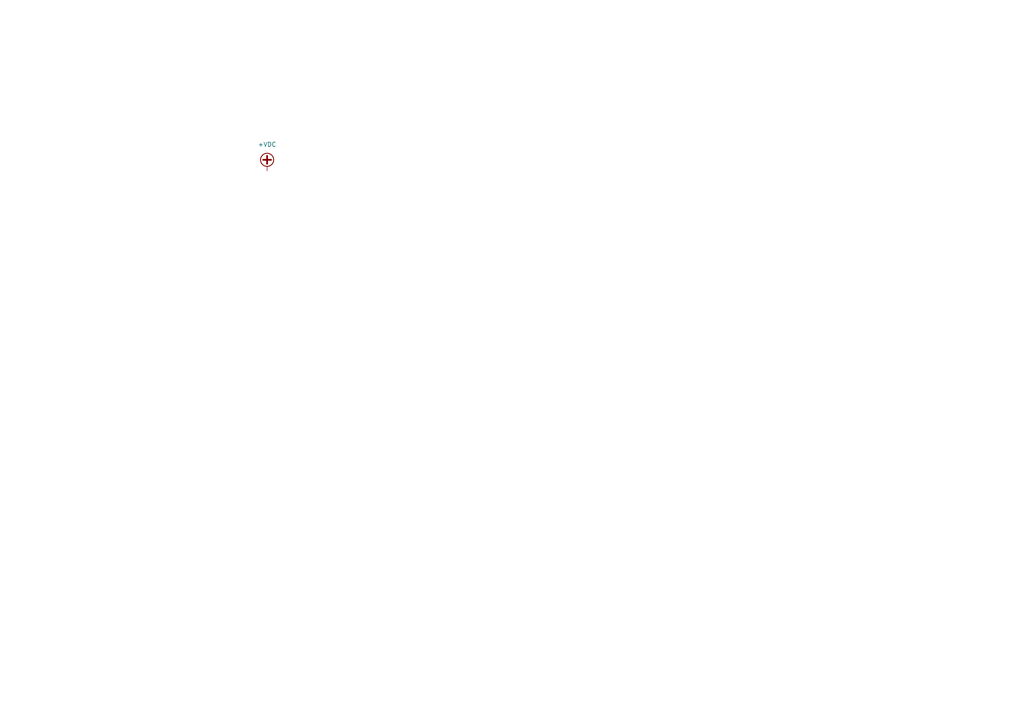
<source format=kicad_sch>
(kicad_sch (version 20231120) (generator "eeschema") (generator_version "8.0")
  (paper "A4")
  (lib_symbols
    (symbol "power:+VDC" (power) (pin_numbers hide) (pin_names (offset 0) hide)
      (property "Value" "+VDC" (at 0 6.35 0))
      (symbol "+VDC_0_1"
        (polyline (pts (xy -1.143 3.175) (xy 1.143 3.175)) (stroke (width 0.508)))
        (polyline (pts (xy 0 0) (xy 0 1.27)))
        (polyline (pts (xy 0 2.032) (xy 0 4.318)) (stroke (width 0.508)))
        (circle (center 0 3.175) (radius 1.905) (stroke (width 0.254)))
      )
      (symbol "+VDC_1_1"
        (pin power_in line (at 0 0 90) (length 0) (name "~") (number "1"))
      )
    )
  )
  (symbol (lib_id "power:+VDC") (at 77.47 49.53 0) (unit 1)
    (property "Reference" "#PWR052" (effects (hide yes)))
    (property "Value" "+VDC" (at 77.47 41.91 0))
    (property "Description" "Power symbol creates a global label with name \"+VDC\"" (effects (hide yes)))
  )
)
</source>
